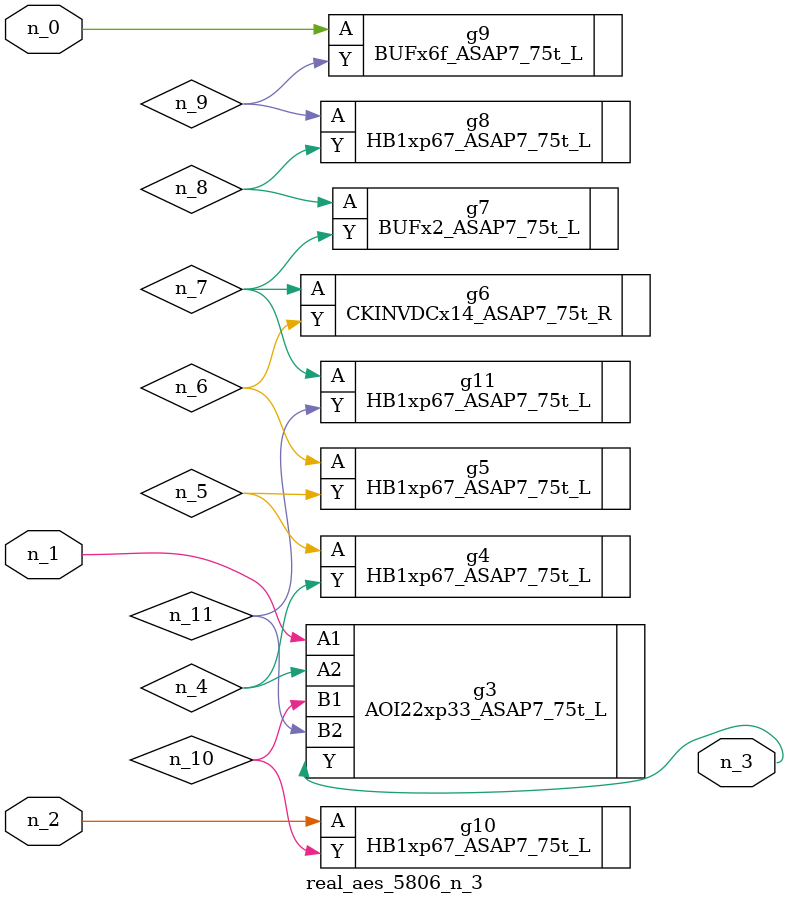
<source format=v>
module real_aes_5806_n_3 (n_0, n_2, n_1, n_3);
input n_0;
input n_2;
input n_1;
output n_3;
wire n_4;
wire n_5;
wire n_7;
wire n_8;
wire n_6;
wire n_9;
wire n_10;
wire n_11;
BUFx6f_ASAP7_75t_L g9 ( .A(n_0), .Y(n_9) );
AOI22xp33_ASAP7_75t_L g3 ( .A1(n_1), .A2(n_4), .B1(n_10), .B2(n_11), .Y(n_3) );
HB1xp67_ASAP7_75t_L g10 ( .A(n_2), .Y(n_10) );
HB1xp67_ASAP7_75t_L g4 ( .A(n_5), .Y(n_4) );
HB1xp67_ASAP7_75t_L g5 ( .A(n_6), .Y(n_5) );
CKINVDCx14_ASAP7_75t_R g6 ( .A(n_7), .Y(n_6) );
HB1xp67_ASAP7_75t_L g11 ( .A(n_7), .Y(n_11) );
BUFx2_ASAP7_75t_L g7 ( .A(n_8), .Y(n_7) );
HB1xp67_ASAP7_75t_L g8 ( .A(n_9), .Y(n_8) );
endmodule
</source>
